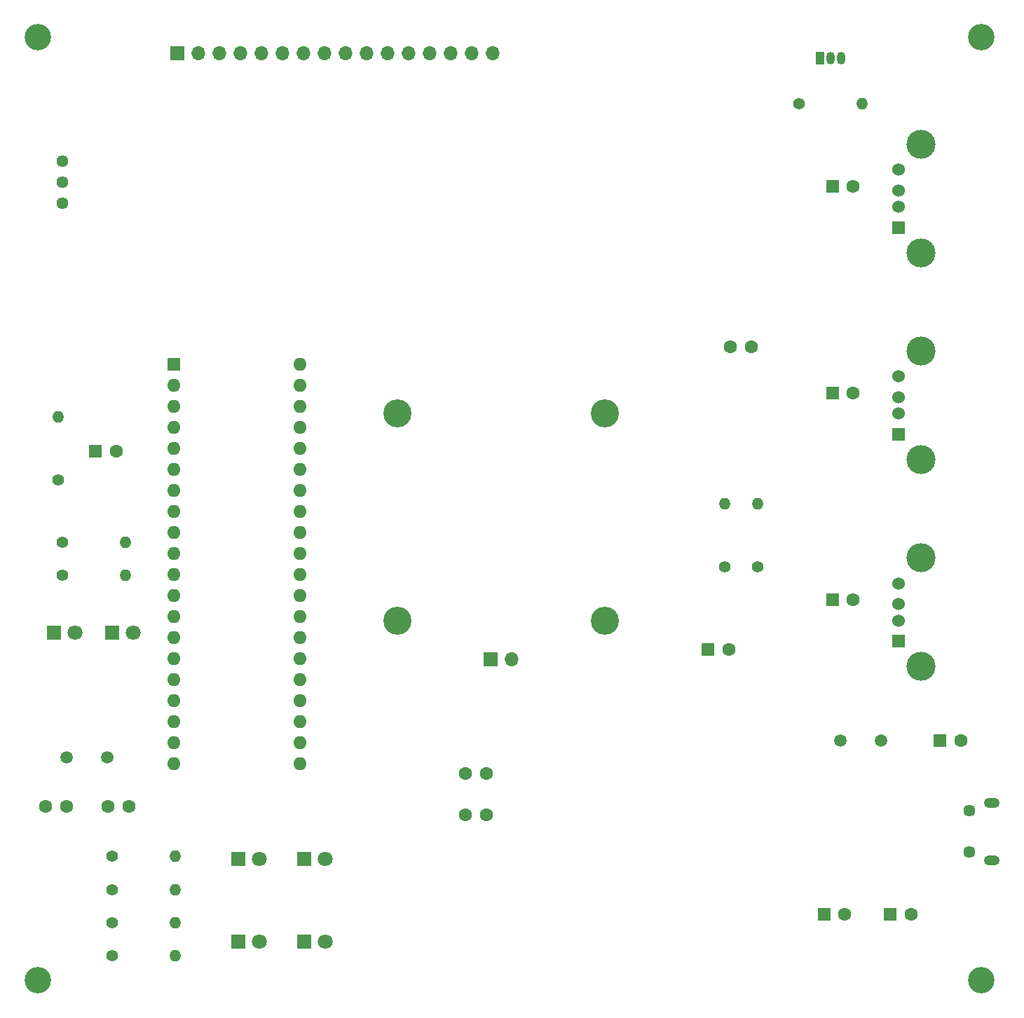
<source format=gbr>
%TF.GenerationSoftware,KiCad,Pcbnew,7.0.10*%
%TF.CreationDate,2024-06-02T12:02:40+08:00*%
%TF.ProjectId,pcb,7063622e-6b69-4636-9164-5f7063625858,rev?*%
%TF.SameCoordinates,Original*%
%TF.FileFunction,Soldermask,Bot*%
%TF.FilePolarity,Negative*%
%FSLAX46Y46*%
G04 Gerber Fmt 4.6, Leading zero omitted, Abs format (unit mm)*
G04 Created by KiCad (PCBNEW 7.0.10) date 2024-06-02 12:02:40*
%MOMM*%
%LPD*%
G01*
G04 APERTURE LIST*
%ADD10R,1.524000X1.524000*%
%ADD11C,1.524000*%
%ADD12C,3.500000*%
%ADD13C,1.600000*%
%ADD14C,1.500000*%
%ADD15C,1.400000*%
%ADD16O,1.400000X1.400000*%
%ADD17C,3.200000*%
%ADD18C,3.400000*%
%ADD19R,1.700000X1.700000*%
%ADD20O,1.700000X1.700000*%
%ADD21R,1.600000X1.600000*%
%ADD22O,1.600000X1.600000*%
%ADD23R,1.800000X1.800000*%
%ADD24C,1.800000*%
%ADD25C,1.440000*%
%ADD26O,1.900000X1.200000*%
%ADD27C,1.450000*%
%ADD28R,1.050000X1.500000*%
%ADD29O,1.050000X1.500000*%
G04 APERTURE END LIST*
D10*
%TO.C,J3*%
X171000000Y-90000000D03*
D11*
X171000000Y-87500000D03*
X171000000Y-85500000D03*
X171000000Y-83000000D03*
D12*
X173710000Y-93070000D03*
X173710000Y-79930000D03*
%TD*%
D13*
%TO.C,C1*%
X150700000Y-79450000D03*
X153200000Y-79450000D03*
%TD*%
D14*
%TO.C,Y2*%
X164000000Y-127000000D03*
X168900000Y-127000000D03*
%TD*%
D15*
%TO.C,R1*%
X150000000Y-106000000D03*
D16*
X150000000Y-98380000D03*
%TD*%
D15*
%TO.C,R10*%
X159000000Y-50000000D03*
D16*
X166620000Y-50000000D03*
%TD*%
D17*
%TO.C,H3*%
X181000000Y-156000000D03*
%TD*%
D18*
%TO.C,M1*%
X110500000Y-87500000D03*
X110500000Y-112500000D03*
X135500000Y-87500000D03*
X135500000Y-112500000D03*
D19*
X121690000Y-117200000D03*
D20*
X124230000Y-117200000D03*
%TD*%
D21*
%TO.C,U2*%
X83440000Y-81520000D03*
D22*
X83440000Y-84060000D03*
X83440000Y-86600000D03*
X83440000Y-89140000D03*
X83440000Y-91680000D03*
X83440000Y-94220000D03*
X83440000Y-96760000D03*
X83440000Y-99300000D03*
X83440000Y-101840000D03*
X83440000Y-104380000D03*
X83440000Y-106920000D03*
X83440000Y-109460000D03*
X83440000Y-112000000D03*
X83440000Y-114540000D03*
X83440000Y-117080000D03*
X83440000Y-119620000D03*
X83440000Y-122160000D03*
X83440000Y-124700000D03*
X83440000Y-127240000D03*
X83440000Y-129780000D03*
X98680000Y-129780000D03*
X98680000Y-127240000D03*
X98680000Y-124700000D03*
X98680000Y-122160000D03*
X98680000Y-119620000D03*
X98680000Y-117080000D03*
X98680000Y-114540000D03*
X98680000Y-112000000D03*
X98680000Y-109460000D03*
X98680000Y-106920000D03*
X98680000Y-104380000D03*
X98680000Y-101840000D03*
X98680000Y-99300000D03*
X98680000Y-96760000D03*
X98680000Y-94220000D03*
X98680000Y-91680000D03*
X98680000Y-89140000D03*
X98680000Y-86600000D03*
X98680000Y-84060000D03*
X98680000Y-81520000D03*
%TD*%
D21*
%TO.C,C3*%
X148000000Y-116000000D03*
D13*
X150500000Y-116000000D03*
%TD*%
D10*
%TO.C,J4*%
X171000000Y-115000000D03*
D11*
X171000000Y-112500000D03*
X171000000Y-110500000D03*
X171000000Y-108000000D03*
D12*
X173710000Y-118070000D03*
X173710000Y-104930000D03*
%TD*%
D15*
%TO.C,R3*%
X69500000Y-95500000D03*
D16*
X69500000Y-87880000D03*
%TD*%
D23*
%TO.C,D3*%
X91235000Y-141340000D03*
D24*
X93775000Y-141340000D03*
%TD*%
D15*
%TO.C,R4*%
X70000000Y-107000000D03*
D16*
X77620000Y-107000000D03*
%TD*%
D13*
%TO.C,C10*%
X118710000Y-131000000D03*
X121210000Y-131000000D03*
%TD*%
D23*
%TO.C,D6*%
X99235000Y-151340000D03*
D24*
X101775000Y-151340000D03*
%TD*%
D21*
%TO.C,C4*%
X74000000Y-92000000D03*
D13*
X76500000Y-92000000D03*
%TD*%
D21*
%TO.C,C13*%
X163000000Y-110000000D03*
D13*
X165500000Y-110000000D03*
%TD*%
D15*
%TO.C,R9*%
X76000000Y-153000000D03*
D16*
X83620000Y-153000000D03*
%TD*%
D21*
%TO.C,C11*%
X163000000Y-60000000D03*
D13*
X165500000Y-60000000D03*
%TD*%
D25*
%TO.C,RV1*%
X70000000Y-57000000D03*
X70000000Y-59540000D03*
X70000000Y-62080000D03*
%TD*%
D17*
%TO.C,H4*%
X67000000Y-156000000D03*
%TD*%
D15*
%TO.C,R6*%
X76000000Y-141000000D03*
D16*
X83620000Y-141000000D03*
%TD*%
D13*
%TO.C,C9*%
X118710000Y-136000000D03*
X121210000Y-136000000D03*
%TD*%
D26*
%TO.C,J1*%
X182237500Y-141500000D03*
D27*
X179537500Y-140500000D03*
X179537500Y-135500000D03*
D26*
X182237500Y-134500000D03*
%TD*%
D23*
%TO.C,D5*%
X99235000Y-141340000D03*
D24*
X101775000Y-141340000D03*
%TD*%
D14*
%TO.C,Y1*%
X70500000Y-129000000D03*
X75400000Y-129000000D03*
%TD*%
D13*
%TO.C,C7*%
X68000000Y-135000000D03*
X70500000Y-135000000D03*
%TD*%
D21*
%TO.C,C12*%
X163000000Y-85000000D03*
D13*
X165500000Y-85000000D03*
%TD*%
D23*
%TO.C,D2*%
X76000000Y-114000000D03*
D24*
X78540000Y-114000000D03*
%TD*%
D17*
%TO.C,H1*%
X67000000Y-42000000D03*
%TD*%
D21*
%TO.C,C2*%
X176000000Y-127000000D03*
D13*
X178500000Y-127000000D03*
%TD*%
D19*
%TO.C,U4*%
X83890000Y-43910000D03*
D20*
X86430000Y-43910000D03*
X88970000Y-43910000D03*
X91510000Y-43910000D03*
X94050000Y-43910000D03*
X96590000Y-43910000D03*
X99130000Y-43910000D03*
X101670000Y-43910000D03*
X104210000Y-43910000D03*
X106750000Y-43910000D03*
X109290000Y-43910000D03*
X111830000Y-43910000D03*
X114370000Y-43910000D03*
X116910000Y-43910000D03*
X119450000Y-43910000D03*
X121990000Y-43910000D03*
%TD*%
D15*
%TO.C,R5*%
X70000000Y-103000000D03*
D16*
X77620000Y-103000000D03*
%TD*%
D10*
%TO.C,J2*%
X171000000Y-65000000D03*
D11*
X171000000Y-62500000D03*
X171000000Y-60500000D03*
X171000000Y-58000000D03*
D12*
X173710000Y-68070000D03*
X173710000Y-54930000D03*
%TD*%
D15*
%TO.C,R7*%
X76000000Y-149000000D03*
D16*
X83620000Y-149000000D03*
%TD*%
D15*
%TO.C,R8*%
X76000000Y-145000000D03*
D16*
X83620000Y-145000000D03*
%TD*%
D23*
%TO.C,D1*%
X69000000Y-114000000D03*
D24*
X71540000Y-114000000D03*
%TD*%
D17*
%TO.C,H2*%
X181000000Y-42000000D03*
%TD*%
D23*
%TO.C,D4*%
X91235000Y-151340000D03*
D24*
X93775000Y-151340000D03*
%TD*%
D28*
%TO.C,Q1*%
X161500000Y-44500000D03*
D29*
X162770000Y-44500000D03*
X164040000Y-44500000D03*
%TD*%
D13*
%TO.C,C8*%
X75500000Y-135000000D03*
X78000000Y-135000000D03*
%TD*%
D21*
%TO.C,C5*%
X170000000Y-148000000D03*
D13*
X172500000Y-148000000D03*
%TD*%
D15*
%TO.C,R2*%
X154000000Y-106000000D03*
D16*
X154000000Y-98380000D03*
%TD*%
D21*
%TO.C,C6*%
X162000000Y-148000000D03*
D13*
X164500000Y-148000000D03*
%TD*%
M02*

</source>
